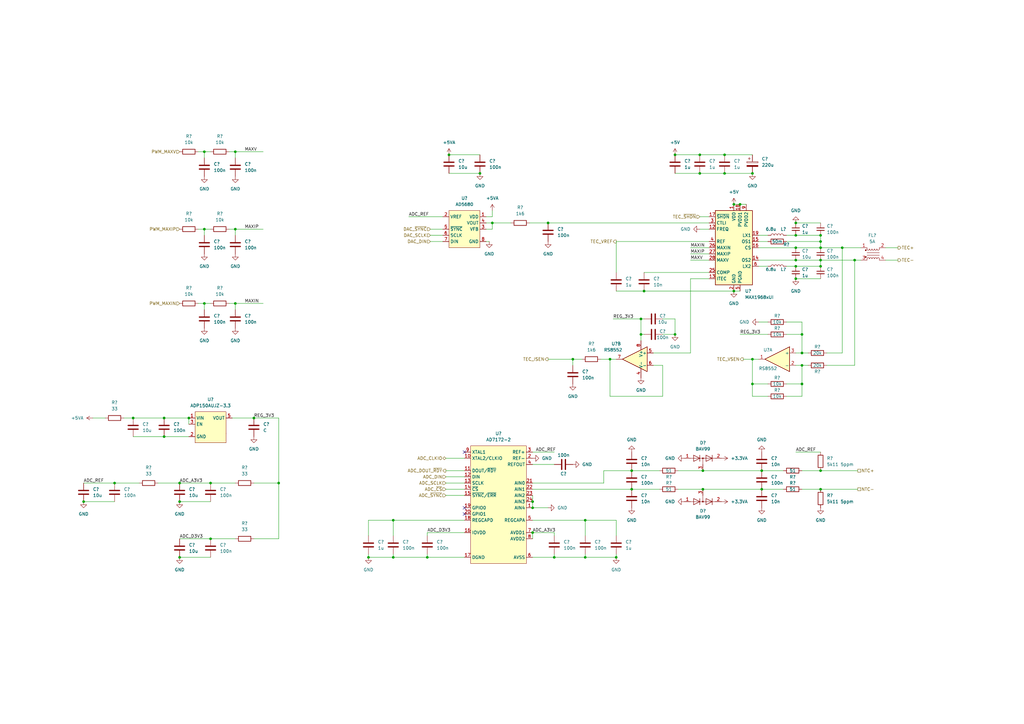
<source format=kicad_sch>
(kicad_sch (version 20211123) (generator eeschema)
  (paper "A3")
  (lib_symbols
    (symbol "Device:C" (pin_numbers hide) (pin_names (offset 0.254))
      (property "Reference" "C" (at 0.635 2.54 0))
      (property "Value" "C" (at 0.635 -2.54 0))
      (symbol "C_0_1"
        (polyline (pts (xy -2.032 -0.762) (xy 2.032 -0.762)) (stroke (width 0.508)))
        (polyline (pts (xy -2.032 0.762) (xy 2.032 0.762)) (stroke (width 0.508)))
      )
      (symbol "C_1_1"
        (pin passive line (at 0 3.81 270) (length 2.794) (name "~") (number "1"))
        (pin passive line (at 0 -3.81 90) (length 2.794) (name "~") (number "2"))
      )
    )
    (symbol "Device:C_Polarized" (pin_numbers hide) (pin_names (offset 0.254))
      (property "Reference" "C" (at 0.635 2.54 0))
      (property "Value" "C_Polarized" (at 0.635 -2.54 0))
      (symbol "C_Polarized_0_1"
        (rectangle (start -2.286 0.508) (end 2.286 1.016))
        (polyline (pts (xy -1.778 2.286) (xy -0.762 2.286)))
        (polyline (pts (xy -1.27 2.794) (xy -1.27 1.778)))
        (rectangle (start 2.286 -0.508) (end -2.286 -1.016) (fill (type outline)))
      )
      (symbol "C_Polarized_1_1"
        (pin passive line (at 0 3.81 270) (length 2.794) (name "~") (number "1"))
        (pin passive line (at 0 -3.81 90) (length 2.794) (name "~") (number "2"))
      )
    )
    (symbol "Device:C_Small" (pin_numbers hide) (pin_names (offset 0.254) hide)
      (property "Reference" "C" (at 0.254 1.778 0))
      (property "Value" "C_Small" (at 0.254 -2.032 0))
      (symbol "C_Small_0_1"
        (polyline (pts (xy -1.524 -0.508) (xy 1.524 -0.508)) (stroke (width 0.3302)))
        (polyline (pts (xy -1.524 0.508) (xy 1.524 0.508)) (stroke (width 0.3048)))
      )
      (symbol "C_Small_1_1"
        (pin passive line (at 0 2.54 270) (length 2.032) (name "~") (number "1"))
        (pin passive line (at 0 -2.54 90) (length 2.032) (name "~") (number "2"))
      )
    )
    (symbol "Device:Filter_EMI_CommonMode" (pin_names (offset 0.254) hide)
      (property "Reference" "FL" (at 0 4.445 0))
      (property "Value" "Filter_EMI_CommonMode" (at 0 -4.445 0))
      (symbol "Filter_EMI_CommonMode_0_1"
        (circle (center -3.048 -1.27) (radius 0.254) (fill (type outline)))
        (circle (center -3.048 1.524) (radius 0.254) (fill (type outline)))
        (arc (start -2.54 2.032) (mid -2.032 1.524) (end -1.524 2.032))
        (arc (start -1.524 -2.032) (mid -2.032 -1.524) (end -2.54 -2.032))
        (arc (start -1.524 2.032) (mid -1.016 1.524) (end -0.508 2.032))
        (arc (start -0.508 -2.032) (mid -1.016 -1.524) (end -1.524 -2.032))
        (arc (start -0.508 2.032) (mid 0 1.524) (end 0.508 2.032))
        (polyline (pts (xy -2.54 -2.032) (xy -2.54 -2.54)))
        (polyline (pts (xy -2.54 0.508) (xy 2.54 0.508)))
        (polyline (pts (xy -2.54 2.032) (xy -2.54 2.54)))
        (polyline (pts (xy 2.54 -2.032) (xy 2.54 -2.54)))
        (polyline (pts (xy 2.54 -0.508) (xy -2.54 -0.508)))
        (polyline (pts (xy 2.54 2.54) (xy 2.54 2.032)))
        (arc (start 0.508 -2.032) (mid 0 -1.524) (end -0.508 -2.032))
        (arc (start 0.508 2.032) (mid 1.016 1.524) (end 1.524 2.032))
        (arc (start 1.524 -2.032) (mid 1.016 -1.524) (end 0.508 -2.032))
        (arc (start 1.524 2.032) (mid 2.032 1.524) (end 2.54 2.032))
        (arc (start 2.54 -2.032) (mid 2.032 -1.524) (end 1.524 -2.032))
      )
      (symbol "Filter_EMI_CommonMode_1_1"
        (pin passive line (at -5.08 2.54 0) (length 2.54) (name "1") (number "1"))
        (pin passive line (at 5.08 2.54 180) (length 2.54) (name "2") (number "2"))
        (pin passive line (at -5.08 -2.54 0) (length 2.54) (name "3") (number "3"))
        (pin passive line (at 5.08 -2.54 180) (length 2.54) (name "4") (number "4"))
      )
    )
    (symbol "Device:L" (pin_numbers hide) (pin_names (offset 1.016) hide)
      (property "Reference" "L" (at -1.27 0 90))
      (property "Value" "L" (at 1.905 0 90))
      (symbol "L_0_1"
        (arc (start 0 -2.54) (mid 0.635 -1.905) (end 0 -1.27))
        (arc (start 0 -1.27) (mid 0.635 -0.635) (end 0 0))
        (arc (start 0 0) (mid 0.635 0.635) (end 0 1.27))
        (arc (start 0 1.27) (mid 0.635 1.905) (end 0 2.54))
      )
      (symbol "L_1_1"
        (pin passive line (at 0 3.81 270) (length 1.27) (name "1") (number "1"))
        (pin passive line (at 0 -3.81 90) (length 1.27) (name "2") (number "2"))
      )
    )
    (symbol "Device:R" (pin_numbers hide) (pin_names (offset 0))
      (property "Reference" "R" (at 2.032 0 90))
      (property "Value" "R" (at 0 0 90))
      (symbol "R_0_1"
        (rectangle (start -1.016 -2.54) (end 1.016 2.54) (stroke (width 0.254)))
      )
      (symbol "R_1_1"
        (pin passive line (at 0 3.81 270) (length 1.27) (name "~") (number "1"))
        (pin passive line (at 0 -3.81 90) (length 1.27) (name "~") (number "2"))
      )
    )
    (symbol "Diode:BAV99" (pin_names hide)
      (property "Reference" "D" (at 0 5.08 0))
      (property "Value" "BAV99" (at 0 2.54 0))
      (symbol "BAV99_0_1"
        (polyline (pts (xy -5.08 0) (xy 5.08 0)))
      )
      (symbol "BAV99_1_1"
        (polyline (pts (xy 0 0) (xy 0 -2.54)))
        (polyline (pts (xy -1.27 -1.27) (xy -1.27 1.27) (xy -1.27 1.27)) (stroke (width 0.2032)))
        (polyline (pts (xy 3.81 1.27) (xy 3.81 -1.27) (xy 3.81 -1.27)) (stroke (width 0.2032)))
        (polyline (pts (xy -3.81 1.27) (xy -1.27 0) (xy -3.81 -1.27) (xy -3.81 1.27) (xy -3.81 1.27) (xy -3.81 1.27)) (stroke (width 0.2032)))
        (polyline (pts (xy 1.27 1.27) (xy 3.81 0) (xy 1.27 -1.27) (xy 1.27 1.27) (xy 1.27 1.27) (xy 1.27 1.27)) (stroke (width 0.2032)))
        (circle (center 0 0) (radius 0.254) (fill (type outline)))
        (pin passive line (at -7.62 0 0) (length 2.54) (name "K") (number "1"))
        (pin passive line (at 7.62 0 180) (length 2.54) (name "A") (number "2"))
        (pin passive line (at 0 -5.08 90) (length 2.54) (name "K") (number "3"))
      )
    )
    (symbol "Driver_TEC:MAX1968xUI"
      (property "Reference" "U" (at -7.62 16.51 0))
      (property "Value" "MAX1968xUI" (at 5.08 16.51 0))
      (symbol "MAX1968xUI_0_1"
        (rectangle (start -7.62 15.24) (end 7.62 -15.24) (stroke (width 0.254)) (fill (type background)))
      )
      (symbol "MAX1968xUI_1_1"
        (pin power_in line (at 0 17.78 270) (length 2.54) (name "VDD") (number "1"))
        (pin passive line (at 10.16 -7.62 180) (length 2.54) hide (name "LX2") (number "10"))
        (pin passive line (at 5.08 17.78 270) (length 2.54) hide (name "PVDD2") (number "11"))
        (pin input line (at -10.16 7.62 0) (length 2.54) (name "FREQ") (number "12"))
        (pin output line (at -10.16 -12.7 0) (length 2.54) (name "ITEC") (number "13"))
        (pin input line (at 10.16 -5.08 180) (length 2.54) (name "OS2") (number "14"))
        (pin input line (at 10.16 2.54 180) (length 2.54) (name "OS1") (number "15"))
        (pin input line (at 10.16 0 180) (length 2.54) (name "CS") (number "16"))
        (pin input line (at -10.16 12.7 0) (length 2.54) (name "~{SHDN}") (number "17"))
        (pin power_in line (at 2.54 17.78 270) (length 2.54) (name "PVDD1") (number "18"))
        (pin power_out line (at 10.16 5.08 180) (length 2.54) (name "LX1") (number "19"))
        (pin power_in line (at 0 -17.78 90) (length 2.54) (name "GND") (number "2"))
        (pin passive line (at 2.54 17.78 270) (length 2.54) hide (name "PVDD1") (number "20"))
        (pin passive line (at 10.16 5.08 180) (length 2.54) hide (name "LX1") (number "21"))
        (pin passive line (at 2.54 -17.78 90) (length 2.54) hide (name "PGND") (number "22"))
        (pin passive line (at 10.16 5.08 180) (length 2.54) hide (name "LX1") (number "23"))
        (pin passive line (at 2.54 -17.78 90) (length 2.54) hide (name "PGND") (number "24"))
        (pin passive line (at -10.16 -10.16 0) (length 2.54) (name "COMP") (number "25"))
        (pin input line (at -10.16 0 0) (length 2.54) (name "MAXIN") (number "26"))
        (pin input line (at -10.16 -2.54 0) (length 2.54) (name "MAXIP") (number "27"))
        (pin input line (at -10.16 -5.08 0) (length 2.54) (name "MAXV") (number "28"))
        (pin passive line (at 0 -17.78 90) (length 2.54) hide (name "GND") (number "29"))
        (pin input line (at -10.16 10.16 0) (length 2.54) (name "CTLI") (number "3"))
        (pin output line (at -10.16 2.54 0) (length 2.54) (name "REF") (number "4"))
        (pin power_in line (at 2.54 -17.78 90) (length 2.54) (name "PGND") (number "5"))
        (pin power_out line (at 10.16 -7.62 180) (length 2.54) (name "LX2") (number "6"))
        (pin passive line (at 2.54 -17.78 90) (length 2.54) hide (name "PGND") (number "7"))
        (pin passive line (at 10.16 -7.62 180) (length 2.54) hide (name "LX2") (number "8"))
        (pin power_in line (at 5.08 17.78 270) (length 2.54) (name "PVDD2") (number "9"))
      )
    )
    (symbol "kirdy:AD5680"
      (property "Reference" "U" (at 0 -3.81 0))
      (property "Value" "AD5680" (at 0 -1.27 0))
      (symbol "AD5680_0_0"
        (pin power_in line (at 8.89 12.7 180) (length 2.54) (name "VDD") (number "1"))
        (pin input line (at -8.89 12.7 0) (length 2.54) (name "VREF") (number "2"))
        (pin input line (at 8.89 7.62 180) (length 2.54) (name "VFB") (number "3"))
        (pin output line (at 8.89 10.16 180) (length 2.54) (name "VOUT") (number "4"))
        (pin input line (at -8.89 7.62 0) (length 2.54) (name "~{SYNC}") (number "5"))
        (pin input line (at -8.89 5.08 0) (length 2.54) (name "SCLK") (number "6"))
        (pin input line (at -8.89 2.54 0) (length 2.54) (name "DIN") (number "7"))
        (pin power_in line (at 8.89 2.54 180) (length 2.54) (name "GND") (number "8"))
      )
      (symbol "AD5680_0_1"
        (rectangle (start -6.35 15.24) (end 6.35 0) (fill (type background)))
      )
    )
    (symbol "kirdy:AD7172-2"
      (property "Reference" "U" (at 8.89 -22.86 0))
      (property "Value" "AD7172-2" (at -6.35 -22.86 0))
      (symbol "AD7172-2_0_0"
        (pin input line (at -13.97 1.27 0) (length 2.54) (name "AIN4") (number "1"))
        (pin bidirectional line (at 13.97 21.59 180) (length 2.54) (name "XTAL2/CLKIO") (number "10"))
        (pin output line (at 13.97 16.51 180) (length 2.54) (name "DOUT/~{RDY}") (number "11"))
        (pin input line (at 13.97 13.97 180) (length 2.54) (name "DIN") (number "12"))
        (pin input line (at 13.97 11.43 180) (length 2.54) (name "SCLK") (number "13"))
        (pin input line (at 13.97 8.89 180) (length 2.54) (name "~{CS}") (number "14"))
        (pin bidirectional line (at 13.97 6.35 180) (length 2.54) (name "~{SYNC}/~{ERR}") (number "15"))
        (pin power_in line (at 13.97 -8.89 180) (length 2.54) (name "IOVDD") (number "16"))
        (pin power_in line (at 13.97 -19.05 180) (length 2.54) (name "DGND") (number "17"))
        (pin passive line (at 13.97 -3.81 180) (length 2.54) (name "REGCAPD") (number "18"))
        (pin bidirectional line (at 13.97 1.27 180) (length 2.54) (name "GPIO0") (number "19"))
        (pin input line (at -13.97 21.59 0) (length 2.54) (name "REF-") (number "2"))
        (pin bidirectional line (at 13.97 -1.27 180) (length 2.54) (name "GPIO1") (number "20"))
        (pin input line (at -13.97 11.43 0) (length 2.54) (name "AIN0") (number "21"))
        (pin input line (at -13.97 8.89 0) (length 2.54) (name "AIN1") (number "22"))
        (pin input line (at -13.97 6.35 0) (length 2.54) (name "AIN2") (number "23"))
        (pin input line (at -13.97 3.81 0) (length 2.54) (name "AIN3") (number "24"))
        (pin input line (at -13.97 24.13 0) (length 2.54) (name "REF+") (number "3"))
        (pin output line (at -13.97 19.05 0) (length 2.54) (name "REFOUT") (number "4"))
        (pin passive line (at -13.97 -3.81 0) (length 2.54) (name "REGCAPA") (number "5"))
        (pin power_in line (at -13.97 -19.05 0) (length 2.54) (name "AVSS") (number "6"))
        (pin power_in line (at -13.97 -8.89 0) (length 2.54) (name "AVDD1") (number "7"))
        (pin power_in line (at -13.97 -11.43 0) (length 2.54) (name "AVDD2") (number "8"))
        (pin bidirectional line (at 13.97 24.13 180) (length 2.54) (name "XTAL1") (number "9"))
      )
      (symbol "AD7172-2_0_1"
        (rectangle (start -11.43 26.67) (end 11.43 -21.59) (fill (type background)))
      )
    )
    (symbol "kirdy:ADP150AUJZ-3.3"
      (property "Reference" "U" (at -5.08 -1.27 0))
      (property "Value" "ADP150AUJZ-3.3" (at -7.62 1.27 0))
      (symbol "ADP150AUJZ-3.3_0_0"
        (pin power_in line (at 5.08 10.16 0) (length 2.54) (name "VIN") (number "1"))
        (pin power_in line (at 5.08 2.54 0) (length 2.54) (name "GND") (number "2"))
        (pin input line (at 5.08 7.62 0) (length 2.54) (name "EN") (number "3"))
        (pin no_connect line (at 13.97 8.89 90) (length 2.54) hide (name "NC") (number "4"))
        (pin power_out line (at 22.86 10.16 180) (length 2.54) (name "VOUT") (number "5"))
      )
      (symbol "ADP150AUJZ-3.3_0_1"
        (rectangle (start 7.62 12.7) (end 20.32 0) (fill (type background)))
        (rectangle (start 20.32 3.81) (end 20.32 3.81))
      )
    )
    (symbol "kirdy:RS8552" (pin_names (offset 0.127))
      (property "Reference" "U" (at 0 5.08 0))
      (property "Value" "RS8552" (at 0 -5.08 0))
      (symbol "RS8552_1_1"
        (polyline (pts (xy -5.08 5.08) (xy 5.08 0) (xy -5.08 -5.08) (xy -5.08 5.08)) (stroke (width 0.254)) (fill (type background)))
        (pin output line (at 7.62 0 180) (length 2.54) (name "~") (number "1"))
        (pin input line (at -7.62 -2.54 0) (length 2.54) (name "-") (number "2"))
        (pin input line (at -7.62 2.54 0) (length 2.54) (name "+") (number "3"))
      )
      (symbol "RS8552_2_1"
        (polyline (pts (xy -5.08 5.08) (xy 5.08 0) (xy -5.08 -5.08) (xy -5.08 5.08)) (stroke (width 0.254)) (fill (type background)))
        (pin input line (at -7.62 2.54 0) (length 2.54) (name "+") (number "5"))
        (pin input line (at -7.62 -2.54 0) (length 2.54) (name "-") (number "6"))
        (pin output line (at 7.62 0 180) (length 2.54) (name "~") (number "7"))
      )
      (symbol "RS8552_3_1"
        (pin power_in line (at -2.54 -7.62 90) (length 3.81) (name "V-") (number "4"))
        (pin power_in line (at -2.54 7.62 270) (length 3.81) (name "V+") (number "8"))
      )
    )
    (symbol "power:+3.3VA" (power) (pin_names (offset 0))
      (property "Value" "+3.3VA" (at 0 3.556 0))
      (symbol "+3.3VA_0_1"
        (polyline (pts (xy -0.762 1.27) (xy 0 2.54)))
        (polyline (pts (xy 0 0) (xy 0 2.54)))
        (polyline (pts (xy 0 2.54) (xy 0.762 1.27)))
      )
      (symbol "+3.3VA_1_1"
        (pin power_in line (at 0 0 90) (length 0) hide (name "+3.3VA") (number "1"))
      )
    )
    (symbol "power:+5V" (power) (pin_names (offset 0))
      (property "Value" "+5V" (at 0 3.556 0))
      (symbol "+5V_0_1"
        (polyline (pts (xy -0.762 1.27) (xy 0 2.54)))
        (polyline (pts (xy 0 0) (xy 0 2.54)))
        (polyline (pts (xy 0 2.54) (xy 0.762 1.27)))
      )
      (symbol "+5V_1_1"
        (pin power_in line (at 0 0 90) (length 0) hide (name "+5V") (number "1"))
      )
    )
    (symbol "power:+5VA" (power) (pin_names (offset 0))
      (property "Value" "+5VA" (at 0 3.556 0))
      (symbol "+5VA_0_1"
        (polyline (pts (xy -0.762 1.27) (xy 0 2.54)))
        (polyline (pts (xy 0 0) (xy 0 2.54)))
        (polyline (pts (xy 0 2.54) (xy 0.762 1.27)))
      )
      (symbol "+5VA_1_1"
        (pin power_in line (at 0 0 90) (length 0) hide (name "+5VA") (number "1"))
      )
    )
    (symbol "power:GND" (power) (pin_names (offset 0))
      (property "Value" "GND" (at 0 -3.81 0))
      (symbol "GND_0_1"
        (polyline (pts (xy 0 0) (xy 0 -1.27) (xy 1.27 -1.27) (xy 0 -2.54) (xy -1.27 -1.27) (xy 0 -1.27)))
      )
      (symbol "GND_1_1"
        (pin power_in line (at 0 0 270) (length 0) hide (name "GND") (number "1"))
      )
    )
  )
  (junction (at 300.99 119.38))
  (junction (at 54.61 171.45))
  (junction (at 350.52 106.68))
  (junction (at 297.18 63.5))
  (junction (at 326.39 106.68))
  (junction (at 201.93 91.44))
  (junction (at 252.73 228.6))
  (junction (at 96.52 62.23))
  (junction (at 326.39 109.22))
  (junction (at 308.61 147.32))
  (junction (at 161.29 213.36))
  (junction (at 234.95 147.32))
  (junction (at 83.82 62.23))
  (junction (at 336.55 96.52))
  (junction (at 73.66 228.6))
  (junction (at 114.3 198.12))
  (junction (at 303.53 83.82))
  (junction (at 218.44 218.44))
  (junction (at 328.93 149.86))
  (junction (at 336.55 193.04))
  (junction (at 218.44 208.28))
  (junction (at 161.29 228.6))
  (junction (at 326.39 101.6))
  (junction (at 276.86 63.5))
  (junction (at 308.61 71.12))
  (junction (at 86.36 220.98))
  (junction (at 336.55 99.06))
  (junction (at 224.79 91.44))
  (junction (at 326.39 96.52))
  (junction (at 262.89 137.16))
  (junction (at 287.02 71.12))
  (junction (at 300.99 83.82))
  (junction (at 308.61 157.48))
  (junction (at 326.39 114.3))
  (junction (at 250.19 147.32))
  (junction (at 83.82 93.98))
  (junction (at 73.66 198.12))
  (junction (at 83.82 124.46))
  (junction (at 175.26 228.6))
  (junction (at 259.08 193.04))
  (junction (at 73.66 205.74))
  (junction (at 86.36 198.12))
  (junction (at 46.99 198.12))
  (junction (at 336.55 109.22))
  (junction (at 218.44 205.74))
  (junction (at 184.15 63.5))
  (junction (at 240.03 228.6))
  (junction (at 345.44 101.6))
  (junction (at 259.08 200.66))
  (junction (at 104.14 171.45))
  (junction (at 336.55 101.6))
  (junction (at 328.93 137.16))
  (junction (at 96.52 93.98))
  (junction (at 227.33 228.6))
  (junction (at 262.89 130.81))
  (junction (at 96.52 124.46))
  (junction (at 34.29 205.74))
  (junction (at 312.42 193.04))
  (junction (at 67.31 179.07))
  (junction (at 67.31 171.45))
  (junction (at 328.93 157.48))
  (junction (at 288.29 193.04))
  (junction (at 196.85 71.12))
  (junction (at 336.55 200.66))
  (junction (at 240.03 213.36))
  (junction (at 288.29 200.66))
  (junction (at 328.93 144.78))
  (junction (at 151.13 228.6))
  (junction (at 264.16 119.38))
  (junction (at 276.86 137.16))
  (junction (at 336.55 106.68))
  (junction (at 287.02 63.5))
  (junction (at 297.18 71.12))
  (junction (at 312.42 200.66))
  (junction (at 77.47 171.45))
  (junction (at 326.39 91.44))
  (no_connect (at 190.5 185.42))
  (no_connect (at 190.5 208.28))
  (no_connect (at 190.5 210.82))
  (wire (pts (xy 328.93 144.78) (xy 331.47 144.78)))
  (wire (pts (xy 218.44 205.74) (xy 218.44 208.28)))
  (wire (pts (xy 218.44 218.44) (xy 227.33 218.44)))
  (wire (pts (xy 224.79 147.32) (xy 234.95 147.32)))
  (wire (pts (xy 114.3 198.12) (xy 114.3 171.45)))
  (wire (pts (xy 311.15 99.06) (xy 314.96 99.06)))
  (wire (pts (xy 308.61 147.32) (xy 311.15 147.32)))
  (wire (pts (xy 276.86 63.5) (xy 287.02 63.5)))
  (wire (pts (xy 67.31 179.07) (xy 77.47 179.07)))
  (wire (pts (xy 304.8 147.32) (xy 308.61 147.32)))
  (wire (pts (xy 34.29 205.74) (xy 46.99 205.74)))
  (wire (pts (xy 252.73 111.76) (xy 252.73 99.06)))
  (wire (pts (xy 311.15 101.6) (xy 326.39 101.6)))
  (wire (pts (xy 328.93 149.86) (xy 331.47 149.86)))
  (wire (pts (xy 182.88 195.58) (xy 190.5 195.58)))
  (wire (pts (xy 175.26 218.44) (xy 190.5 218.44)))
  (wire (pts (xy 252.73 119.38) (xy 264.16 119.38)))
  (wire (pts (xy 38.1 171.45) (xy 43.18 171.45)))
  (wire (pts (xy 252.73 213.36) (xy 252.73 219.71)))
  (wire (pts (xy 259.08 200.66) (xy 270.51 200.66)))
  (wire (pts (xy 151.13 219.71) (xy 151.13 213.36)))
  (wire (pts (xy 336.55 109.22) (xy 326.39 109.22)))
  (wire (pts (xy 104.14 198.12) (xy 114.3 198.12)))
  (wire (pts (xy 86.36 220.98) (xy 96.52 220.98)))
  (wire (pts (xy 311.15 132.08) (xy 314.96 132.08)))
  (wire (pts (xy 326.39 96.52) (xy 322.58 96.52)))
  (wire (pts (xy 114.3 171.45) (xy 104.14 171.45)))
  (wire (pts (xy 259.08 193.04) (xy 270.51 193.04)))
  (wire (pts (xy 199.39 93.98) (xy 201.93 93.98)))
  (wire (pts (xy 326.39 106.68) (xy 336.55 106.68)))
  (wire (pts (xy 297.18 63.5) (xy 308.61 63.5)))
  (wire (pts (xy 251.46 130.81) (xy 262.89 130.81)))
  (wire (pts (xy 250.19 147.32) (xy 252.73 147.32)))
  (wire (pts (xy 287.02 71.12) (xy 297.18 71.12)))
  (wire (pts (xy 312.42 193.04) (xy 321.31 193.04)))
  (wire (pts (xy 264.16 119.38) (xy 300.99 119.38)))
  (wire (pts (xy 322.58 157.48) (xy 328.93 157.48)))
  (wire (pts (xy 336.55 101.6) (xy 336.55 99.06)))
  (wire (pts (xy 300.99 83.82) (xy 303.53 83.82)))
  (wire (pts (xy 227.33 218.44) (xy 227.33 219.71)))
  (wire (pts (xy 83.82 93.98) (xy 86.36 93.98)))
  (wire (pts (xy 339.09 144.78) (xy 345.44 144.78)))
  (wire (pts (xy 271.78 162.56) (xy 271.78 149.86)))
  (wire (pts (xy 184.15 63.5) (xy 196.85 63.5)))
  (wire (pts (xy 218.44 213.36) (xy 240.03 213.36)))
  (wire (pts (xy 218.44 218.44) (xy 218.44 220.98)))
  (wire (pts (xy 151.13 213.36) (xy 161.29 213.36)))
  (wire (pts (xy 151.13 228.6) (xy 161.29 228.6)))
  (wire (pts (xy 350.52 106.68) (xy 350.52 149.86)))
  (wire (pts (xy 199.39 99.06) (xy 200.66 99.06)))
  (wire (pts (xy 96.52 124.46) (xy 96.52 127)))
  (wire (pts (xy 322.58 99.06) (xy 336.55 99.06)))
  (wire (pts (xy 287.02 88.9) (xy 290.83 88.9)))
  (wire (pts (xy 283.21 101.6) (xy 290.83 101.6)))
  (wire (pts (xy 363.22 101.6) (xy 368.3 101.6)))
  (wire (pts (xy 336.55 101.6) (xy 326.39 101.6)))
  (wire (pts (xy 271.78 149.86) (xy 267.97 149.86)))
  (wire (pts (xy 262.89 137.16) (xy 262.89 139.7)))
  (wire (pts (xy 336.55 99.06) (xy 336.55 96.52)))
  (wire (pts (xy 345.44 101.6) (xy 345.44 144.78)))
  (wire (pts (xy 54.61 179.07) (xy 67.31 179.07)))
  (wire (pts (xy 326.39 144.78) (xy 328.93 144.78)))
  (wire (pts (xy 283.21 144.78) (xy 267.97 144.78)))
  (wire (pts (xy 247.65 198.12) (xy 247.65 193.04)))
  (wire (pts (xy 184.15 71.12) (xy 196.85 71.12)))
  (wire (pts (xy 234.95 149.86) (xy 234.95 147.32)))
  (wire (pts (xy 96.52 124.46) (xy 107.95 124.46)))
  (wire (pts (xy 240.03 213.36) (xy 252.73 213.36)))
  (wire (pts (xy 328.93 193.04) (xy 336.55 193.04)))
  (wire (pts (xy 182.88 198.12) (xy 190.5 198.12)))
  (wire (pts (xy 328.93 200.66) (xy 336.55 200.66)))
  (wire (pts (xy 199.39 88.9) (xy 201.93 88.9)))
  (wire (pts (xy 93.98 93.98) (xy 96.52 93.98)))
  (wire (pts (xy 264.16 130.81) (xy 262.89 130.81)))
  (wire (pts (xy 250.19 162.56) (xy 271.78 162.56)))
  (wire (pts (xy 322.58 132.08) (xy 328.93 132.08)))
  (wire (pts (xy 83.82 62.23) (xy 83.82 64.77)))
  (wire (pts (xy 161.29 227.33) (xy 161.29 228.6)))
  (wire (pts (xy 73.66 228.6) (xy 86.36 228.6)))
  (wire (pts (xy 288.29 200.66) (xy 312.42 200.66)))
  (wire (pts (xy 264.16 111.76) (xy 290.83 111.76)))
  (wire (pts (xy 176.53 96.52) (xy 181.61 96.52)))
  (wire (pts (xy 167.64 88.9) (xy 181.61 88.9)))
  (wire (pts (xy 246.38 147.32) (xy 250.19 147.32)))
  (wire (pts (xy 46.99 198.12) (xy 57.15 198.12)))
  (wire (pts (xy 240.03 227.33) (xy 240.03 228.6)))
  (wire (pts (xy 201.93 88.9) (xy 201.93 86.36)))
  (wire (pts (xy 311.15 106.68) (xy 326.39 106.68)))
  (wire (pts (xy 234.95 147.32) (xy 238.76 147.32)))
  (wire (pts (xy 34.29 198.12) (xy 46.99 198.12)))
  (wire (pts (xy 83.82 124.46) (xy 83.82 127)))
  (wire (pts (xy 328.93 137.16) (xy 328.93 144.78)))
  (wire (pts (xy 175.26 228.6) (xy 190.5 228.6)))
  (wire (pts (xy 86.36 198.12) (xy 96.52 198.12)))
  (wire (pts (xy 218.44 190.5) (xy 227.33 190.5)))
  (wire (pts (xy 218.44 200.66) (xy 259.08 200.66)))
  (wire (pts (xy 278.13 200.66) (xy 288.29 200.66)))
  (wire (pts (xy 96.52 93.98) (xy 96.52 96.52)))
  (wire (pts (xy 326.39 149.86) (xy 328.93 149.86)))
  (wire (pts (xy 308.61 157.48) (xy 308.61 162.56)))
  (wire (pts (xy 50.8 171.45) (xy 54.61 171.45)))
  (wire (pts (xy 336.55 101.6) (xy 345.44 101.6)))
  (wire (pts (xy 326.39 114.3) (xy 336.55 114.3)))
  (wire (pts (xy 77.47 171.45) (xy 77.47 173.99)))
  (wire (pts (xy 218.44 208.28) (xy 224.79 208.28)))
  (wire (pts (xy 95.25 171.45) (xy 104.14 171.45)))
  (wire (pts (xy 247.65 198.12) (xy 218.44 198.12)))
  (wire (pts (xy 252.73 227.33) (xy 252.73 228.6)))
  (wire (pts (xy 199.39 91.44) (xy 201.93 91.44)))
  (wire (pts (xy 328.93 162.56) (xy 328.93 157.48)))
  (wire (pts (xy 104.14 220.98) (xy 114.3 220.98)))
  (wire (pts (xy 83.82 93.98) (xy 83.82 96.52)))
  (wire (pts (xy 93.98 62.23) (xy 96.52 62.23)))
  (wire (pts (xy 224.79 91.44) (xy 290.83 91.44)))
  (wire (pts (xy 287.02 93.98) (xy 290.83 93.98)))
  (wire (pts (xy 322.58 137.16) (xy 328.93 137.16)))
  (wire (pts (xy 73.66 205.74) (xy 86.36 205.74)))
  (wire (pts (xy 182.88 200.66) (xy 190.5 200.66)))
  (wire (pts (xy 276.86 130.81) (xy 276.86 137.16)))
  (wire (pts (xy 201.93 93.98) (xy 201.93 91.44)))
  (wire (pts (xy 218.44 185.42) (xy 227.33 185.42)))
  (wire (pts (xy 322.58 162.56) (xy 328.93 162.56)))
  (wire (pts (xy 328.93 132.08) (xy 328.93 137.16)))
  (wire (pts (xy 176.53 93.98) (xy 181.61 93.98)))
  (wire (pts (xy 81.28 93.98) (xy 83.82 93.98)))
  (wire (pts (xy 182.88 193.04) (xy 190.5 193.04)))
  (wire (pts (xy 73.66 198.12) (xy 86.36 198.12)))
  (wire (pts (xy 96.52 62.23) (xy 107.95 62.23)))
  (wire (pts (xy 175.26 227.33) (xy 175.26 228.6)))
  (wire (pts (xy 218.44 203.2) (xy 218.44 205.74)))
  (wire (pts (xy 326.39 185.42) (xy 336.55 185.42)))
  (wire (pts (xy 114.3 220.98) (xy 114.3 198.12)))
  (wire (pts (xy 271.78 137.16) (xy 276.86 137.16)))
  (wire (pts (xy 303.53 137.16) (xy 314.96 137.16)))
  (wire (pts (xy 311.15 96.52) (xy 314.96 96.52)))
  (wire (pts (xy 54.61 171.45) (xy 67.31 171.45)))
  (wire (pts (xy 283.21 114.3) (xy 290.83 114.3)))
  (wire (pts (xy 96.52 93.98) (xy 107.95 93.98)))
  (wire (pts (xy 336.55 106.68) (xy 350.52 106.68)))
  (wire (pts (xy 81.28 62.23) (xy 83.82 62.23)))
  (wire (pts (xy 240.03 213.36) (xy 240.03 219.71)))
  (wire (pts (xy 264.16 137.16) (xy 262.89 137.16)))
  (wire (pts (xy 336.55 106.68) (xy 336.55 109.22)))
  (wire (pts (xy 217.17 91.44) (xy 224.79 91.44)))
  (wire (pts (xy 312.42 200.66) (xy 321.31 200.66)))
  (wire (pts (xy 276.86 71.12) (xy 287.02 71.12)))
  (wire (pts (xy 262.89 130.81) (xy 262.89 137.16)))
  (wire (pts (xy 250.19 147.32) (xy 250.19 162.56)))
  (wire (pts (xy 336.55 200.66) (xy 351.79 200.66)))
  (wire (pts (xy 287.02 63.5) (xy 297.18 63.5)))
  (wire (pts (xy 288.29 193.04) (xy 312.42 193.04)))
  (wire (pts (xy 81.28 124.46) (xy 83.82 124.46)))
  (wire (pts (xy 303.53 83.82) (xy 306.07 83.82)))
  (wire (pts (xy 83.82 124.46) (xy 86.36 124.46)))
  (wire (pts (xy 350.52 106.68) (xy 353.06 106.68)))
  (wire (pts (xy 278.13 193.04) (xy 288.29 193.04)))
  (wire (pts (xy 283.21 114.3) (xy 283.21 144.78)))
  (wire (pts (xy 73.66 220.98) (xy 86.36 220.98)))
  (wire (pts (xy 326.39 96.52) (xy 336.55 96.52)))
  (wire (pts (xy 96.52 62.23) (xy 96.52 64.77)))
  (wire (pts (xy 345.44 101.6) (xy 353.06 101.6)))
  (wire (pts (xy 252.73 99.06) (xy 290.83 99.06)))
  (wire (pts (xy 363.22 106.68) (xy 368.3 106.68)))
  (wire (pts (xy 328.93 157.48) (xy 328.93 149.86)))
  (wire (pts (xy 314.96 157.48) (xy 308.61 157.48)))
  (wire (pts (xy 93.98 124.46) (xy 96.52 124.46)))
  (wire (pts (xy 227.33 227.33) (xy 227.33 228.6)))
  (wire (pts (xy 218.44 228.6) (xy 227.33 228.6)))
  (wire (pts (xy 300.99 119.38) (xy 303.53 119.38)))
  (wire (pts (xy 176.53 99.06) (xy 181.61 99.06)))
  (wire (pts (xy 64.77 198.12) (xy 73.66 198.12)))
  (wire (pts (xy 182.88 203.2) (xy 190.5 203.2)))
  (wire (pts (xy 161.29 228.6) (xy 175.26 228.6)))
  (wire (pts (xy 308.61 157.48) (xy 308.61 147.32)))
  (wire (pts (xy 271.78 130.81) (xy 276.86 130.81)))
  (wire (pts (xy 201.93 91.44) (xy 209.55 91.44)))
  (wire (pts (xy 308.61 162.56) (xy 314.96 162.56)))
  (wire (pts (xy 247.65 193.04) (xy 259.08 193.04)))
  (wire (pts (xy 83.82 62.23) (xy 86.36 62.23)))
  (wire (pts (xy 336.55 193.04) (xy 351.79 193.04)))
  (wire (pts (xy 161.29 213.36) (xy 161.29 219.71)))
  (wire (pts (xy 67.31 171.45) (xy 77.47 171.45)))
  (wire (pts (xy 326.39 91.44) (xy 336.55 91.44)))
  (wire (pts (xy 311.15 109.22) (xy 314.96 109.22)))
  (wire (pts (xy 227.33 228.6) (xy 240.03 228.6)))
  (wire (pts (xy 322.58 109.22) (xy 326.39 109.22)))
  (wire (pts (xy 339.09 149.86) (xy 350.52 149.86)))
  (wire (pts (xy 297.18 71.12) (xy 308.61 71.12)))
  (wire (pts (xy 161.29 213.36) (xy 190.5 213.36)))
  (wire (pts (xy 283.21 104.14) (xy 290.83 104.14)))
  (wire (pts (xy 283.21 106.68) (xy 290.83 106.68)))
  (wire (pts (xy 240.03 228.6) (xy 252.73 228.6)))
  (wire (pts (xy 182.88 187.96) (xy 190.5 187.96)))
  (wire (pts (xy 151.13 227.33) (xy 151.13 228.6)))
  (wire (pts (xy 175.26 218.44) (xy 175.26 219.71)))
  (label "ADC_D3V3" (at 175.26 218.44 0))
  (label "MAXV" (at 100.33 62.23 0))
  (label "MAXIN" (at 100.33 124.46 0))
  (label "ADC_REF" (at 34.29 198.12 0))
  (label "MAXIN" (at 283.21 101.6 0))
  (label "ADC_A3V3" (at 73.66 198.12 0))
  (label "MAXV" (at 283.21 106.68 0))
  (label "REG_3V3" (at 104.14 171.45 0))
  (label "MAXIP" (at 100.33 93.98 0))
  (label "REG_3V3" (at 251.46 130.81 0))
  (label "ADC_REF" (at 326.39 185.42 0))
  (label "ADC_D3V3" (at 73.66 220.98 0))
  (label "ADC_REF" (at 219.71 185.42 0))
  (label "ADC_A3V3" (at 218.44 218.44 0))
  (label "ADC_REF" (at 167.64 88.9 0))
  (label "MAXIP" (at 283.21 104.14 0))
  (label "REG_3V3" (at 303.53 137.16 0))
  (hierarchical_label "ADC_DOUT_~{RDY}" (shape output) (at 182.88 193.04 180))
  (hierarchical_label "ADC_CLKIO" (shape bidirectional) (at 182.88 187.96 180))
  (hierarchical_label "TEC+" (shape output) (at 368.3 101.6 0))
  (hierarchical_label "PWM_MAXIP" (shape input) (at 73.66 93.98 180))
  (hierarchical_label "DAC_DIN" (shape input) (at 176.53 99.06 180))
  (hierarchical_label "PWM_MAXIN" (shape input) (at 73.66 124.46 180))
  (hierarchical_label "TEC_VREF" (shape output) (at 252.73 99.06 180))
  (hierarchical_label "TEC_~{SHDN}" (shape input) (at 287.02 88.9 180))
  (hierarchical_label "DAC_SCLK" (shape input) (at 176.53 96.52 180))
  (hierarchical_label "TEC_ISEN" (shape output) (at 224.79 147.32 180))
  (hierarchical_label "ADC_~{CS}" (shape input) (at 182.88 200.66 180))
  (hierarchical_label "NTC-" (shape passive) (at 351.79 200.66 0))
  (hierarchical_label "ADC_DIN" (shape input) (at 182.88 195.58 180))
  (hierarchical_label "NTC+" (shape passive) (at 351.79 193.04 0))
  (hierarchical_label "TEC-" (shape output) (at 368.3 106.68 0))
  (hierarchical_label "PWM_MAXV" (shape input) (at 73.66 62.23 180))
  (hierarchical_label "ADC_SCLK" (shape input) (at 182.88 198.12 180))
  (hierarchical_label "TEC_VSEN" (shape output) (at 304.8 147.32 180))
  (hierarchical_label "ADC_~{SYNC}" (shape input) (at 182.88 203.2 180))
  (hierarchical_label "DAC_~{SYNC}" (shape input) (at 176.53 93.98 180))
  (symbol (lib_id "power:GND") (at 73.66 205.74 0) (unit 1)
    (property "Reference" "#PWR?" (effects hide))
    (property "Value" "GND" (at 73.66 210.82 0))
  )
  (symbol (lib_id "Device:C") (at 240.03 223.52 0) (unit 1)
    (property "Reference" "C?" (at 243.84 222.2499 0) (effects (justify left)))
    (property "Value" "100n" (at 243.84 224.7899 0) (effects (justify left)))
  )
  (symbol (lib_id "Device:C") (at 175.26 223.52 0) (unit 1)
    (property "Reference" "C?" (at 179.07 222.2499 0) (effects (justify left)))
    (property "Value" "100n" (at 179.07 224.7899 0) (effects (justify left)))
  )
  (symbol (lib_id "kirdy:AD5680") (at 190.5 101.6 0) (unit 1)
    (property "Reference" "U?" (at 190.5 81.28 0))
    (property "Value" "AD5680" (at 190.5 83.82 0))
    (property "Footprint" "Package_TO_SOT_SMD:SOT-23-8" (effects hide))
    (property "Datasheet" "https://www.analog.com/media/en/technical-documentation/data-sheets/ad5680.pdf" (effects hide))
  )
  (symbol (lib_id "power:GND") (at 34.29 205.74 0) (unit 1)
    (property "Reference" "#PWR?" (effects hide))
    (property "Value" "GND" (at 34.29 210.82 0))
  )
  (symbol (lib_id "power:GND") (at 200.66 99.06 0) (unit 1)
    (property "Reference" "#PWR?" (effects hide))
    (property "Value" "GND" (at 200.66 104.14 0))
  )
  (symbol (lib_id "Device:C") (at 73.66 224.79 0) (unit 1)
    (property "Reference" "C?" (at 77.47 223.5199 0) (effects (justify left)))
    (property "Value" "10u" (at 77.47 226.0599 0) (effects (justify left)))
  )
  (symbol (lib_id "Device:R") (at 318.77 99.06 90) (unit 1)
    (property "Reference" "R?" (at 322.58 100.33 90))
    (property "Value" "50m" (at 318.77 99.06 90))
  )
  (symbol (lib_id "Device:C") (at 252.73 223.52 0) (unit 1)
    (property "Reference" "C?" (at 256.54 222.2499 0) (effects (justify left)))
    (property "Value" "1u" (at 256.54 224.7899 0) (effects (justify left)))
  )
  (symbol (lib_id "power:+5V") (at 276.86 63.5 0) (unit 1)
    (property "Reference" "#PWR?" (effects hide))
    (property "Value" "+5V" (at 276.86 58.42 0))
  )
  (symbol (lib_id "Device:R") (at 100.33 220.98 90) (unit 1)
    (property "Reference" "R?" (at 100.33 214.63 90))
    (property "Value" "33" (at 100.33 217.17 90))
  )
  (symbol (lib_id "Device:R") (at 318.77 132.08 90) (unit 1)
    (property "Reference" "R?" (at 318.77 129.54 90))
    (property "Value" "10k" (at 318.77 132.08 90))
  )
  (symbol (lib_id "power:GND") (at 83.82 104.14 0) (unit 1)
    (property "Reference" "#PWR?" (effects hide))
    (property "Value" "GND" (at 83.82 109.22 0))
  )
  (symbol (lib_id "Device:R") (at 90.17 62.23 90) (unit 1)
    (property "Reference" "R?" (at 90.17 55.88 90))
    (property "Value" "10k" (at 90.17 58.42 90))
  )
  (symbol (lib_id "Device:R") (at 46.99 171.45 90) (unit 1)
    (property "Reference" "R?" (at 46.99 165.1 90))
    (property "Value" "33" (at 46.99 167.64 90))
  )
  (symbol (lib_id "Device:R") (at 274.32 193.04 90) (unit 1)
    (property "Reference" "R?" (at 274.32 195.58 90))
    (property "Value" "51" (at 274.32 193.04 90))
  )
  (symbol (lib_id "kirdy:RS8552") (at 260.35 147.32 0) (mirror y) (unit 3)
    (property "Reference" "U?" (effects hide))
    (property "Value" "RS8552" (effects hide))
    (property "Footprint" "Package_SO:SOIC-8_3.9x4.9mm_P1.27mm" (effects hide))
    (property "Datasheet" "https://datasheet.lcsc.com/lcsc/2010160333_Jiangsu-RUNIC-Tech-RS8554XP_C236997.pdf" (effects hide))
  )
  (symbol (lib_id "power:GND") (at 308.61 71.12 0) (unit 1)
    (property "Reference" "#PWR?" (effects hide))
    (property "Value" "GND" (at 308.61 76.2 0))
  )
  (symbol (lib_id "Device:R") (at 325.12 193.04 90) (unit 1)
    (property "Reference" "R?" (at 325.12 195.58 90))
    (property "Value" "51" (at 325.12 193.04 90))
  )
  (symbol (lib_id "power:GND") (at 311.15 132.08 270) (unit 1)
    (property "Reference" "#PWR?" (effects hide))
    (property "Value" "GND" (at 307.34 132.0799 90) (effects (justify right)))
  )
  (symbol (lib_id "Device:R") (at 274.32 200.66 90) (unit 1)
    (property "Reference" "R?" (at 274.32 198.12 90))
    (property "Value" "51" (at 274.32 200.66 90))
  )
  (symbol (lib_id "kirdy:AD7172-2") (at 204.47 209.55 0) (mirror y) (unit 1)
    (property "Reference" "U?" (at 204.47 177.8 0))
    (property "Value" "AD7172-2" (at 204.47 180.34 0))
    (property "Footprint" "Package_SO:TSSOP-24_4.4x7.8mm_P0.65mm" (effects hide))
    (property "Datasheet" "https://www.analog.com/media/en/technical-documentation/data-sheets/ad7172-2.pdf" (effects hide))
  )
  (symbol (lib_id "Device:C") (at 86.36 201.93 0) (unit 1)
    (property "Reference" "C?" (at 90.17 200.6599 0) (effects (justify left)))
    (property "Value" "100n" (at 90.17 203.1999 0) (effects (justify left)))
  )
  (symbol (lib_id "power:GND") (at 83.82 134.62 0) (unit 1)
    (property "Reference" "#PWR?" (effects hide))
    (property "Value" "GND" (at 83.82 139.7 0))
  )
  (symbol (lib_id "Device:L") (at 318.77 109.22 90) (unit 1)
    (property "Reference" "L?" (at 321.31 110.49 90))
    (property "Value" "6.8u" (at 316.23 110.49 90))
  )
  (symbol (lib_id "power:GND") (at 234.95 190.5 90) (unit 1)
    (property "Reference" "#PWR?" (effects hide))
    (property "Value" "GND" (at 238.76 190.4999 90) (effects (justify right)))
  )
  (symbol (lib_id "Device:R") (at 77.47 93.98 90) (unit 1)
    (property "Reference" "R?" (at 77.47 87.63 90))
    (property "Value" "10k" (at 77.47 90.17 90))
  )
  (symbol (lib_id "Device:R") (at 325.12 200.66 90) (unit 1)
    (property "Reference" "R?" (at 325.12 198.12 90))
    (property "Value" "51" (at 325.12 200.66 90))
  )
  (symbol (lib_id "Device:C") (at 34.29 201.93 0) (unit 1)
    (property "Reference" "C?" (at 38.1 200.6599 0) (effects (justify left)))
    (property "Value" "10u" (at 38.1 203.1999 0) (effects (justify left)))
  )
  (symbol (lib_id "Device:C") (at 259.08 196.85 0) (unit 1)
    (property "Reference" "C?" (at 262.89 195.5799 0) (effects (justify left)))
    (property "Value" "100n" (at 262.89 198.1199 0) (effects (justify left)))
  )
  (symbol (lib_id "power:GND") (at 96.52 72.39 0) (unit 1)
    (property "Reference" "#PWR?" (effects hide))
    (property "Value" "GND" (at 96.52 77.47 0))
  )
  (symbol (lib_id "power:GND") (at 104.14 179.07 0) (unit 1)
    (property "Reference" "#PWR?" (effects hide))
    (property "Value" "GND" (at 104.14 184.15 0))
  )
  (symbol (lib_id "Device:C") (at 297.18 67.31 0) (unit 1)
    (property "Reference" "C?" (at 300.99 66.0399 0) (effects (justify left)))
    (property "Value" "1u" (at 300.99 68.5799 0) (effects (justify left)))
  )
  (symbol (lib_id "Device:C") (at 287.02 67.31 0) (unit 1)
    (property "Reference" "C?" (at 290.83 66.0399 0) (effects (justify left)))
    (property "Value" "1u" (at 290.83 68.5799 0) (effects (justify left)))
  )
  (symbol (lib_id "Device:C") (at 267.97 137.16 90) (unit 1)
    (property "Reference" "C?" (at 271.78 135.89 90))
    (property "Value" "100n" (at 271.78 138.43 90))
  )
  (symbol (lib_id "Device:C_Small") (at 326.39 104.14 0) (unit 1)
    (property "Reference" "C?" (at 328.93 102.8762 0) (effects (justify left)))
    (property "Value" "10u" (at 328.93 105.4162 0) (effects (justify left)))
  )
  (symbol (lib_id "power:GND") (at 224.79 208.28 90) (unit 1)
    (property "Reference" "#PWR?" (effects hide))
    (property "Value" "GND" (at 228.6 208.2799 90) (effects (justify right)))
  )
  (symbol (lib_id "Device:C") (at 96.52 130.81 0) (unit 1)
    (property "Reference" "C?" (at 100.33 129.5399 0) (effects (justify left)))
    (property "Value" "100n" (at 100.33 132.0799 0) (effects (justify left)))
  )
  (symbol (lib_id "Device:R") (at 242.57 147.32 90) (unit 1)
    (property "Reference" "R?" (at 242.57 140.97 90))
    (property "Value" "1k6" (at 242.57 143.51 90))
  )
  (symbol (lib_id "Device:R") (at 90.17 93.98 90) (unit 1)
    (property "Reference" "R?" (at 90.17 87.63 90))
    (property "Value" "10k" (at 90.17 90.17 90))
  )
  (symbol (lib_id "Device:R") (at 336.55 189.23 0) (unit 1)
    (property "Reference" "R?" (at 339.09 187.9599 0) (effects (justify left)))
    (property "Value" "5k11 5ppm" (at 339.09 190.4999 0) (effects (justify left)))
  )
  (symbol (lib_id "power:GND") (at 224.79 99.06 0) (unit 1)
    (property "Reference" "#PWR?" (effects hide))
    (property "Value" "GND" (at 224.79 104.14 0))
  )
  (symbol (lib_id "kirdy:ADP150AUJZ-3.3") (at 72.39 181.61 0) (unit 1)
    (property "Reference" "U?" (at 86.36 163.83 0))
    (property "Value" "ADP150AUJZ-3.3" (at 86.36 166.37 0))
    (property "Footprint" "Package_TO_SOT_SMD:TSOT-23-5" (effects hide))
    (property "Datasheet" "https://www.analog.com/media/en/technical-documentation/data-sheets/adp150.pdf" (effects hide))
  )
  (symbol (lib_id "Device:C") (at 67.31 175.26 0) (unit 1)
    (property "Reference" "C?" (at 71.12 173.9899 0) (effects (justify left)))
    (property "Value" "100n" (at 71.12 176.5299 0) (effects (justify left)))
  )
  (symbol (lib_id "power:+3.3VA") (at 295.91 187.96 270) (unit 1)
    (property "Reference" "#PWR?" (effects hide))
    (property "Value" "+3.3VA" (at 299.72 187.9599 90) (effects (justify left)))
  )
  (symbol (lib_id "Device:C") (at 312.42 204.47 0) (unit 1)
    (property "Reference" "C?" (at 316.23 203.1999 0) (effects (justify left)))
    (property "Value" "10n" (at 316.23 205.7399 0) (effects (justify left)))
  )
  (symbol (lib_id "Device:C") (at 104.14 175.26 0) (unit 1)
    (property "Reference" "C?" (at 107.95 173.9899 0) (effects (justify left)))
    (property "Value" "C" (at 107.95 176.5299 0) (effects (justify left)))
  )
  (symbol (lib_id "Device:C") (at 252.73 115.57 0) (unit 1)
    (property "Reference" "C?" (at 256.54 114.2999 0) (effects (justify left)))
    (property "Value" "1u" (at 256.54 116.8399 0) (effects (justify left)))
  )
  (symbol (lib_id "Device:C") (at 276.86 67.31 0) (unit 1)
    (property "Reference" "C?" (at 280.67 66.0399 0) (effects (justify left)))
    (property "Value" "1u" (at 280.67 68.5799 0) (effects (justify left)))
  )
  (symbol (lib_id "Device:C_Small") (at 326.39 111.76 0) (unit 1)
    (property "Reference" "C?" (at 328.93 110.4962 0) (effects (justify left)))
    (property "Value" "1u" (at 328.93 113.0362 0) (effects (justify left)))
  )
  (symbol (lib_id "Device:C") (at 184.15 67.31 0) (unit 1)
    (property "Reference" "C?" (at 187.96 66.0399 0) (effects (justify left)))
    (property "Value" "10u" (at 187.96 68.5799 0) (effects (justify left)))
  )
  (symbol (lib_id "power:GND") (at 252.73 228.6 0) (unit 1)
    (property "Reference" "#PWR?" (effects hide))
    (property "Value" "GND" (at 252.73 233.68 0))
  )
  (symbol (lib_id "power:GND") (at 83.82 72.39 0) (unit 1)
    (property "Reference" "#PWR?" (effects hide))
    (property "Value" "GND" (at 83.82 77.47 0))
  )
  (symbol (lib_id "power:GND") (at 196.85 71.12 0) (unit 1)
    (property "Reference" "#PWR?" (effects hide))
    (property "Value" "GND" (at 196.85 76.2 0))
  )
  (symbol (lib_id "Device:R") (at 77.47 62.23 90) (unit 1)
    (property "Reference" "R?" (at 77.47 55.88 90))
    (property "Value" "10k" (at 77.47 58.42 90))
  )
  (symbol (lib_id "Device:C") (at 151.13 223.52 0) (unit 1)
    (property "Reference" "C?" (at 154.94 222.2499 0) (effects (justify left)))
    (property "Value" "1u" (at 154.94 224.7899 0) (effects (justify left)))
  )
  (symbol (lib_id "Device:R") (at 213.36 91.44 90) (unit 1)
    (property "Reference" "R?" (at 213.36 85.09 90))
    (property "Value" "1k6" (at 213.36 87.63 90))
  )
  (symbol (lib_id "power:GND") (at 280.67 187.96 270) (unit 1)
    (property "Reference" "#PWR?" (effects hide))
    (property "Value" "GND" (at 276.86 187.9599 90) (effects (justify right)))
  )
  (symbol (lib_id "Device:C") (at 96.52 68.58 0) (unit 1)
    (property "Reference" "C?" (at 100.33 67.3099 0) (effects (justify left)))
    (property "Value" "100n" (at 100.33 69.8499 0) (effects (justify left)))
  )
  (symbol (lib_id "Device:R") (at 336.55 204.47 0) (unit 1)
    (property "Reference" "R?" (at 339.09 203.1999 0) (effects (justify left)))
    (property "Value" "5k11 5ppm" (at 339.09 205.7399 0) (effects (justify left)))
  )
  (symbol (lib_id "Device:C") (at 73.66 201.93 0) (unit 1)
    (property "Reference" "C?" (at 77.47 200.6599 0) (effects (justify left)))
    (property "Value" "10u" (at 77.47 203.1999 0) (effects (justify left)))
  )
  (symbol (lib_id "Device:C") (at 196.85 67.31 0) (unit 1)
    (property "Reference" "C?" (at 200.66 66.0399 0) (effects (justify left)))
    (property "Value" "100n" (at 200.66 68.5799 0) (effects (justify left)))
  )
  (symbol (lib_id "power:GND") (at 234.95 157.48 0) (unit 1)
    (property "Reference" "#PWR?" (effects hide))
    (property "Value" "GND" (at 234.95 162.56 0))
  )
  (symbol (lib_id "Device:C_Small") (at 326.39 93.98 0) (unit 1)
    (property "Reference" "C?" (at 328.93 92.7162 0) (effects (justify left)))
    (property "Value" "1u" (at 328.93 95.2562 0) (effects (justify left)))
  )
  (symbol (lib_id "Device:C") (at 83.82 68.58 0) (unit 1)
    (property "Reference" "C?" (at 87.63 67.3099 0) (effects (justify left)))
    (property "Value" "100n" (at 87.63 69.8499 0) (effects (justify left)))
  )
  (symbol (lib_id "Device:L") (at 318.77 96.52 90) (unit 1)
    (property "Reference" "L?" (at 321.31 93.98 90))
    (property "Value" "6.8u" (at 316.23 93.98 90))
  )
  (symbol (lib_id "Device:C") (at 234.95 153.67 0) (unit 1)
    (property "Reference" "C?" (at 238.76 152.3999 0) (effects (justify left)))
    (property "Value" "100n" (at 238.76 154.9399 0) (effects (justify left)))
  )
  (symbol (lib_id "Device:C") (at 83.82 100.33 0) (unit 1)
    (property "Reference" "C?" (at 87.63 99.0599 0) (effects (justify left)))
    (property "Value" "100n" (at 87.63 101.5999 0) (effects (justify left)))
  )
  (symbol (lib_id "Diode:BAV99") (at 288.29 205.74 0) (mirror x) (unit 1)
    (property "Reference" "D?" (at 288.29 209.55 0))
    (property "Value" "BAV99" (at 288.29 212.09 0))
    (property "Footprint" "Package_TO_SOT_SMD:SOT-23" (effects hide))
    (property "Datasheet" "https://assets.nexperia.com/documents/data-sheet/BAV99_SER.pdf" (effects hide))
  )
  (symbol (lib_id "Device:R") (at 335.28 144.78 90) (unit 1)
    (property "Reference" "R?" (at 335.28 142.24 90))
    (property "Value" "20k" (at 335.28 144.78 90))
  )
  (symbol (lib_id "power:+5V") (at 300.99 83.82 0) (unit 1)
    (property "Reference" "#PWR?" (effects hide))
    (property "Value" "+5V" (at 300.99 78.74 0))
  )
  (symbol (lib_id "Device:C") (at 86.36 224.79 0) (unit 1)
    (property "Reference" "C?" (at 90.17 223.5199 0) (effects (justify left)))
    (property "Value" "100n" (at 90.17 226.0599 0) (effects (justify left)))
  )
  (symbol (lib_id "power:GND") (at 218.44 187.96 90) (unit 1)
    (property "Reference" "#PWR?" (effects hide))
    (property "Value" "GND" (at 222.25 187.9599 90) (effects (justify right)))
  )
  (symbol (lib_id "Device:C") (at 312.42 196.85 0) (unit 1)
    (property "Reference" "C?" (at 316.23 195.5799 0) (effects (justify left)))
    (property "Value" "100n" (at 316.23 198.1199 0) (effects (justify left)))
  )
  (symbol (lib_id "power:GND") (at 259.08 208.28 0) (unit 1)
    (property "Reference" "#PWR?" (effects hide))
    (property "Value" "GND" (at 259.08 213.36 0))
  )
  (symbol (lib_id "power:+5VA") (at 38.1 171.45 90) (unit 1)
    (property "Reference" "#PWR?" (effects hide))
    (property "Value" "+5VA" (at 34.29 171.4499 90) (effects (justify left)))
  )
  (symbol (lib_id "power:GND") (at 262.89 154.94 0) (unit 1)
    (property "Reference" "#PWR?" (effects hide))
    (property "Value" "GND" (at 262.89 160.02 0))
  )
  (symbol (lib_id "Device:C") (at 259.08 204.47 0) (unit 1)
    (property "Reference" "C?" (at 262.89 203.1999 0) (effects (justify left)))
    (property "Value" "10n" (at 262.89 205.7399 0) (effects (justify left)))
  )
  (symbol (lib_id "power:GND") (at 280.67 205.74 270) (unit 1)
    (property "Reference" "#PWR?" (effects hide))
    (property "Value" "GND" (at 276.86 205.7399 90) (effects (justify right)))
  )
  (symbol (lib_id "Device:R") (at 60.96 198.12 90) (unit 1)
    (property "Reference" "R?" (at 60.96 191.77 90))
    (property "Value" "33" (at 60.96 194.31 90))
  )
  (symbol (lib_id "Device:C_Small") (at 336.55 104.14 0) (unit 1)
    (property "Reference" "C?" (at 339.09 102.8762 0) (effects (justify left)))
    (property "Value" "100n" (at 339.09 105.4162 0) (effects (justify left)))
  )
  (symbol (lib_id "Device:C_Polarized") (at 308.61 67.31 0) (unit 1)
    (property "Reference" "C?" (at 312.42 65.1509 0) (effects (justify left)))
    (property "Value" "220u" (at 312.42 67.6909 0) (effects (justify left)))
  )
  (symbol (lib_id "Device:C") (at 161.29 223.52 0) (unit 1)
    (property "Reference" "C?" (at 165.1 222.2499 0) (effects (justify left)))
    (property "Value" "100n" (at 165.1 224.7899 0) (effects (justify left)))
  )
  (symbol (lib_id "Driver_TEC:MAX1968xUI") (at 300.99 101.6 0) (unit 1)
    (property "Reference" "U?" (at 305.5494 119.38 0) (effects (justify left)))
    (property "Value" "MAX1968xUI" (at 305.5494 121.92 0) (effects (justify left)))
    (property "Footprint" "Package_SO:HTSSOP-28-1EP_4.4x9.7mm_P0.65mm_EP2.85x5.4mm" (effects hide))
    (property "Datasheet" "https://datasheets.maximintegrated.com/en/ds/MAX1968-MAX1969.pdf" (effects hide))
  )
  (symbol (lib_id "Device:R") (at 318.77 157.48 90) (unit 1)
    (property "Reference" "R?" (at 318.77 154.94 90))
    (property "Value" "10k" (at 318.77 157.48 90))
  )
  (symbol (lib_id "kirdy:RS8552") (at 318.77 147.32 0) (mirror y) (unit 1)
    (property "Reference" "U?" (at 314.96 143.51 0))
    (property "Value" "RS8552" (at 314.96 151.13 0))
    (property "Footprint" "Package_SO:SOIC-8_3.9x4.9mm_P1.27mm" (effects hide))
    (property "Datasheet" "https://datasheet.lcsc.com/lcsc/2010160333_Jiangsu-RUNIC-Tech-RS8554XP_C236997.pdf" (effects hide))
  )
  (symbol (lib_id "Device:C") (at 46.99 201.93 0) (unit 1)
    (property "Reference" "C?" (at 50.8 200.6599 0) (effects (justify left)))
    (property "Value" "100n" (at 50.8 203.1999 0) (effects (justify left)))
  )
  (symbol (lib_id "Device:C") (at 96.52 100.33 0) (unit 1)
    (property "Reference" "C?" (at 100.33 99.0599 0) (effects (justify left)))
    (property "Value" "100n" (at 100.33 101.5999 0) (effects (justify left)))
  )
  (symbol (lib_id "Device:Filter_EMI_CommonMode") (at 358.14 104.14 0) (unit 1)
    (property "Reference" "FL?" (at 357.759 96.52 0))
    (property "Value" "5A" (at 357.759 99.06 0))
  )
  (symbol (lib_id "Device:C") (at 231.14 190.5 90) (unit 1)
    (property "Reference" "C?" (at 231.14 194.31 90))
    (property "Value" "100n" (at 231.14 186.69 90))
  )
  (symbol (lib_id "Device:C_Small") (at 336.55 93.98 0) (unit 1)
    (property "Reference" "C?" (at 339.09 92.7162 0) (effects (justify left)))
    (property "Value" "100n" (at 339.09 95.2562 0) (effects (justify left)))
  )
  (symbol (lib_id "power:+3.3VA") (at 295.91 205.74 270) (unit 1)
    (property "Reference" "#PWR?" (effects hide))
    (property "Value" "+3.3VA" (at 299.72 205.7399 90) (effects (justify left)))
  )
  (symbol (lib_id "Device:C") (at 312.42 189.23 0) (unit 1)
    (property "Reference" "C?" (at 316.23 187.9599 0) (effects (justify left)))
    (property "Value" "10n" (at 316.23 190.4999 0) (effects (justify left)))
  )
  (symbol (lib_id "Device:R") (at 100.33 198.12 90) (unit 1)
    (property "Reference" "R?" (at 100.33 191.77 90))
    (property "Value" "33" (at 100.33 194.31 90))
  )
  (symbol (lib_id "Device:R") (at 318.77 137.16 90) (unit 1)
    (property "Reference" "R?" (at 318.77 134.62 90))
    (property "Value" "10k" (at 318.77 137.16 90))
  )
  (symbol (lib_id "power:GND") (at 336.55 208.28 0) (unit 1)
    (property "Reference" "#PWR?" (effects hide))
    (property "Value" "GND" (at 336.55 213.36 0))
  )
  (symbol (lib_id "power:GND") (at 326.39 91.44 180) (unit 1)
    (property "Reference" "#PWR?" (effects hide))
    (property "Value" "GND" (at 326.39 86.36 0))
  )
  (symbol (lib_id "power:GND") (at 96.52 134.62 0) (unit 1)
    (property "Reference" "#PWR?" (effects hide))
    (property "Value" "GND" (at 96.52 139.7 0))
  )
  (symbol (lib_id "power:GND") (at 312.42 208.28 0) (unit 1)
    (property "Reference" "#PWR?" (effects hide))
    (property "Value" "GND" (at 312.42 213.36 0))
  )
  (symbol (lib_id "power:GND") (at 312.42 185.42 180) (unit 1)
    (property "Reference" "#PWR?" (effects hide))
    (property "Value" "GND" (at 312.42 180.34 0))
  )
  (symbol (lib_id "Device:R") (at 90.17 124.46 90) (unit 1)
    (property "Reference" "R?" (at 90.17 118.11 90))
    (property "Value" "10k" (at 90.17 120.65 90))
  )
  (symbol (lib_id "Device:C") (at 54.61 175.26 0) (unit 1)
    (property "Reference" "C?" (at 58.42 173.9899 0) (effects (justify left)))
    (property "Value" "10u" (at 58.42 176.5299 0) (effects (justify left)))
  )
  (symbol (lib_id "power:GND") (at 287.02 93.98 270) (unit 1)
    (property "Reference" "#PWR?" (effects hide))
    (property "Value" "GND" (at 283.21 93.9799 90) (effects (justify right)))
  )
  (symbol (lib_id "power:GND") (at 300.99 119.38 0) (unit 1)
    (property "Reference" "#PWR?" (effects hide))
    (property "Value" "GND" (at 300.99 124.46 0))
  )
  (symbol (lib_id "power:GND") (at 259.08 185.42 180) (unit 1)
    (property "Reference" "#PWR?" (effects hide))
    (property "Value" "GND" (at 259.08 180.34 0))
  )
  (symbol (lib_id "Device:C") (at 264.16 115.57 0) (unit 1)
    (property "Reference" "C?" (at 267.97 114.2999 0) (effects (justify left)))
    (property "Value" "10n" (at 267.97 116.8399 0) (effects (justify left)))
  )
  (symbol (lib_id "Diode:BAV99") (at 288.29 187.96 0) (unit 1)
    (property "Reference" "D?" (at 288.29 181.61 0))
    (property "Value" "BAV99" (at 288.29 184.15 0))
    (property "Footprint" "Package_TO_SOT_SMD:SOT-23" (effects hide))
    (property "Datasheet" "https://assets.nexperia.com/documents/data-sheet/BAV99_SER.pdf" (effects hide))
  )
  (symbol (lib_id "power:GND") (at 96.52 104.14 0) (unit 1)
    (property "Reference" "#PWR?" (effects hide))
    (property "Value" "GND" (at 96.52 109.22 0))
  )
  (symbol (lib_id "power:GND") (at 151.13 228.6 0) (unit 1)
    (property "Reference" "#PWR?" (effects hide))
    (property "Value" "GND" (at 151.13 233.68 0))
  )
  (symbol (lib_id "power:GND") (at 73.66 228.6 0) (unit 1)
    (property "Reference" "#PWR?" (effects hide))
    (property "Value" "GND" (at 73.66 233.68 0))
  )
  (symbol (lib_id "Device:C") (at 267.97 130.81 90) (unit 1)
    (property "Reference" "C?" (at 271.78 129.54 90))
    (property "Value" "10u" (at 271.78 132.08 90))
  )
  (symbol (lib_id "Device:R") (at 318.77 162.56 90) (unit 1)
    (property "Reference" "R?" (at 318.77 160.02 90))
    (property "Value" "10k" (at 318.77 162.56 90))
  )
  (symbol (lib_id "Device:C") (at 227.33 223.52 0) (unit 1)
    (property "Reference" "C?" (at 231.14 222.2499 0) (effects (justify left)))
    (property "Value" "100n" (at 231.14 224.7899 0) (effects (justify left)))
  )
  (symbol (lib_id "Device:C") (at 83.82 130.81 0) (unit 1)
    (property "Reference" "C?" (at 87.63 129.5399 0) (effects (justify left)))
    (property "Value" "100n" (at 87.63 132.0799 0) (effects (justify left)))
  )
  (symbol (lib_id "power:+5VA") (at 201.93 86.36 0) (unit 1)
    (property "Reference" "#PWR?" (effects hide))
    (property "Value" "+5VA" (at 201.93 81.28 0))
  )
  (symbol (lib_id "Device:R") (at 77.47 124.46 90) (unit 1)
    (property "Reference" "R?" (at 77.47 118.11 90))
    (property "Value" "10k" (at 77.47 120.65 90))
  )
  (symbol (lib_id "Device:C_Small") (at 336.55 111.76 0) (unit 1)
    (property "Reference" "C?" (at 339.09 110.4962 0) (effects (justify left)))
    (property "Value" "100n" (at 339.09 113.0362 0) (effects (justify left)))
  )
  (symbol (lib_id "power:GND") (at 326.39 114.3 0) (unit 1)
    (property "Reference" "#PWR?" (effects hide))
    (property "Value" "GND" (at 326.39 119.38 0))
  )
  (symbol (lib_id "power:GND") (at 276.86 137.16 0) (unit 1)
    (property "Reference" "#PWR?" (effects hide))
    (property "Value" "GND" (at 276.86 142.24 0))
  )
  (symbol (lib_id "Device:C") (at 259.08 189.23 0) (unit 1)
    (property "Reference" "C?" (at 262.89 187.9599 0) (effects (justify left)))
    (property "Value" "10n" (at 262.89 190.4999 0) (effects (justify left)))
  )
  (symbol (lib_id "Device:R") (at 335.28 149.86 90) (unit 1)
    (property "Reference" "R?" (at 335.28 152.4 90))
    (property "Value" "20k" (at 335.28 149.86 90))
  )
  (symbol (lib_id "kirdy:RS8552") (at 260.35 147.32 0) (mirror y) (unit 2)
    (property "Reference" "U?" (at 252.73 140.97 0))
    (property "Value" "RS8552" (at 251.46 143.51 0))
    (property "Footprint" "Package_SO:SOIC-8_3.9x4.9mm_P1.27mm" (effects hide))
    (property "Datasheet" "https://datasheet.lcsc.com/lcsc/2010160333_Jiangsu-RUNIC-Tech-RS8554XP_C236997.pdf" (effects hide))
  )
  (symbol (lib_id "Device:C") (at 224.79 95.25 0) (unit 1)
    (property "Reference" "C?" (at 228.6 93.9799 0) (effects (justify left)))
    (property "Value" "100n" (at 228.6 96.5199 0) (effects (justify left)))
  )
  (symbol (lib_id "power:+5VA") (at 184.15 63.5 0) (unit 1)
    (property "Reference" "#PWR?" (effects hide))
    (property "Value" "+5VA" (at 181.61 58.42 0) (effects (justify left)))
  )
)
</source>
